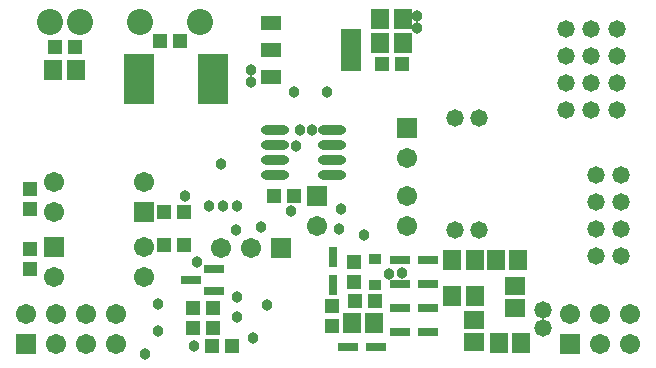
<source format=gbs>
G04*
G04 #@! TF.GenerationSoftware,Altium Limited,Altium Designer,24.5.2 (23)*
G04*
G04 Layer_Color=16711935*
%FSLAX25Y25*%
%MOIN*%
G70*
G04*
G04 #@! TF.SameCoordinates,62667526-275E-49D5-B9E8-2F90AF9612E4*
G04*
G04*
G04 #@! TF.FilePolarity,Negative*
G04*
G01*
G75*
%ADD36O,0.09461X0.03162*%
%ADD37R,0.05131X0.04737*%
%ADD38R,0.04737X0.05131*%
%ADD46R,0.06706X0.05918*%
%ADD47R,0.06706X0.06706*%
%ADD48C,0.06706*%
%ADD49C,0.08674*%
%ADD50R,0.06706X0.06706*%
%ADD51C,0.03800*%
%ADD52C,0.05800*%
%ADD85R,0.05918X0.06706*%
%ADD86R,0.06509X0.02965*%
%ADD87R,0.02965X0.06509*%
%ADD88R,0.04068X0.03280*%
%ADD89R,0.06706X0.03162*%
%ADD90R,0.06902X0.14383*%
%ADD91R,0.06902X0.05131*%
%ADD92R,0.06902X0.05131*%
%ADD93R,0.10052X0.16942*%
D36*
X109449Y83500D02*
D03*
Y78500D02*
D03*
Y73500D02*
D03*
Y68500D02*
D03*
X90551Y83500D02*
D03*
Y78500D02*
D03*
Y73500D02*
D03*
Y68500D02*
D03*
D37*
X60347Y56000D02*
D03*
X53654D02*
D03*
X76346Y11500D02*
D03*
X69653D02*
D03*
X58846Y113000D02*
D03*
X52153D02*
D03*
X60347Y45000D02*
D03*
X53654D02*
D03*
X90153Y61500D02*
D03*
X96846D02*
D03*
X63153Y17500D02*
D03*
X69846D02*
D03*
X117154Y26500D02*
D03*
X123846D02*
D03*
X63153Y24000D02*
D03*
X69846D02*
D03*
X17154Y111000D02*
D03*
X23846D02*
D03*
X126154Y105500D02*
D03*
X132846D02*
D03*
D38*
X9000Y43846D02*
D03*
Y37154D02*
D03*
Y63846D02*
D03*
Y57153D02*
D03*
X109500Y24847D02*
D03*
Y18154D02*
D03*
X117000Y39347D02*
D03*
Y32654D02*
D03*
D46*
X157000Y20240D02*
D03*
Y12760D02*
D03*
X170500Y31500D02*
D03*
Y24020D02*
D03*
D47*
X104500Y61500D02*
D03*
X7500Y12000D02*
D03*
X189000D02*
D03*
X47000Y56000D02*
D03*
X17000Y44500D02*
D03*
X92500Y44000D02*
D03*
D48*
X104500Y51500D02*
D03*
X134500Y61500D02*
D03*
Y51500D02*
D03*
X7500Y22000D02*
D03*
X17500Y12000D02*
D03*
Y22000D02*
D03*
X27500Y12000D02*
D03*
Y22000D02*
D03*
X37500Y12000D02*
D03*
Y22000D02*
D03*
X189000D02*
D03*
X199000Y12000D02*
D03*
Y22000D02*
D03*
X209000Y12000D02*
D03*
Y22000D02*
D03*
X17000Y66000D02*
D03*
Y56000D02*
D03*
X47000Y66000D02*
D03*
Y34500D02*
D03*
Y44500D02*
D03*
X17000Y34500D02*
D03*
X82500Y44000D02*
D03*
X72500D02*
D03*
X134500Y74000D02*
D03*
D49*
X15500Y119500D02*
D03*
X25500D02*
D03*
X45500D02*
D03*
X65500D02*
D03*
D50*
X134500Y84000D02*
D03*
D51*
X63500Y11500D02*
D03*
X99032Y83532D02*
D03*
X112000Y50500D02*
D03*
X112611Y57112D02*
D03*
X137798Y117492D02*
D03*
X137832Y121492D02*
D03*
X128500Y35500D02*
D03*
X132834Y35667D02*
D03*
X82500Y99354D02*
D03*
X60500Y61500D02*
D03*
X72500Y72000D02*
D03*
X97000Y96000D02*
D03*
X108000D02*
D03*
X64520Y39591D02*
D03*
X83335Y14165D02*
D03*
X51500Y16500D02*
D03*
Y25500D02*
D03*
X47422Y8922D02*
D03*
X87899Y25263D02*
D03*
X86021Y51237D02*
D03*
X77993Y27830D02*
D03*
X78000Y21000D02*
D03*
X73250Y58000D02*
D03*
X78000D02*
D03*
X68500D02*
D03*
X120379Y48379D02*
D03*
X96000Y56500D02*
D03*
X103000Y83500D02*
D03*
X82500Y103500D02*
D03*
X77500Y50000D02*
D03*
X97500Y78000D02*
D03*
D52*
X180000Y23500D02*
D03*
Y17500D02*
D03*
X158500Y50000D02*
D03*
X150500D02*
D03*
Y87500D02*
D03*
X158500D02*
D03*
X206000Y68500D02*
D03*
Y59500D02*
D03*
Y50500D02*
D03*
Y41500D02*
D03*
X197500D02*
D03*
Y50500D02*
D03*
Y59500D02*
D03*
Y68500D02*
D03*
X187500Y117000D02*
D03*
Y108000D02*
D03*
Y99000D02*
D03*
Y90000D02*
D03*
X196000Y117000D02*
D03*
Y108000D02*
D03*
Y99000D02*
D03*
Y90000D02*
D03*
X204500D02*
D03*
Y99000D02*
D03*
Y108000D02*
D03*
Y117000D02*
D03*
D85*
X116260Y19000D02*
D03*
X123740D02*
D03*
X149760Y28000D02*
D03*
X157240D02*
D03*
X165260Y12500D02*
D03*
X172740D02*
D03*
X149760Y40000D02*
D03*
X157240D02*
D03*
X164260D02*
D03*
X171740D02*
D03*
X16760Y103500D02*
D03*
X24240D02*
D03*
X125760Y112500D02*
D03*
X133240D02*
D03*
X125760Y120500D02*
D03*
X133240D02*
D03*
D86*
X124126Y11000D02*
D03*
X114874D02*
D03*
X141626Y16000D02*
D03*
X132374D02*
D03*
X141626Y32000D02*
D03*
X132374D02*
D03*
Y40000D02*
D03*
X141626D02*
D03*
X132248Y24000D02*
D03*
X141500D02*
D03*
D87*
X110000Y31874D02*
D03*
Y41126D02*
D03*
D88*
X124000Y31610D02*
D03*
Y40390D02*
D03*
D89*
X70240Y37240D02*
D03*
Y29760D02*
D03*
X62760Y33500D02*
D03*
D90*
X115787Y110000D02*
D03*
D91*
X89213Y119055D02*
D03*
Y110000D02*
D03*
D92*
Y100945D02*
D03*
D93*
X69803Y100500D02*
D03*
X45197D02*
D03*
M02*

</source>
